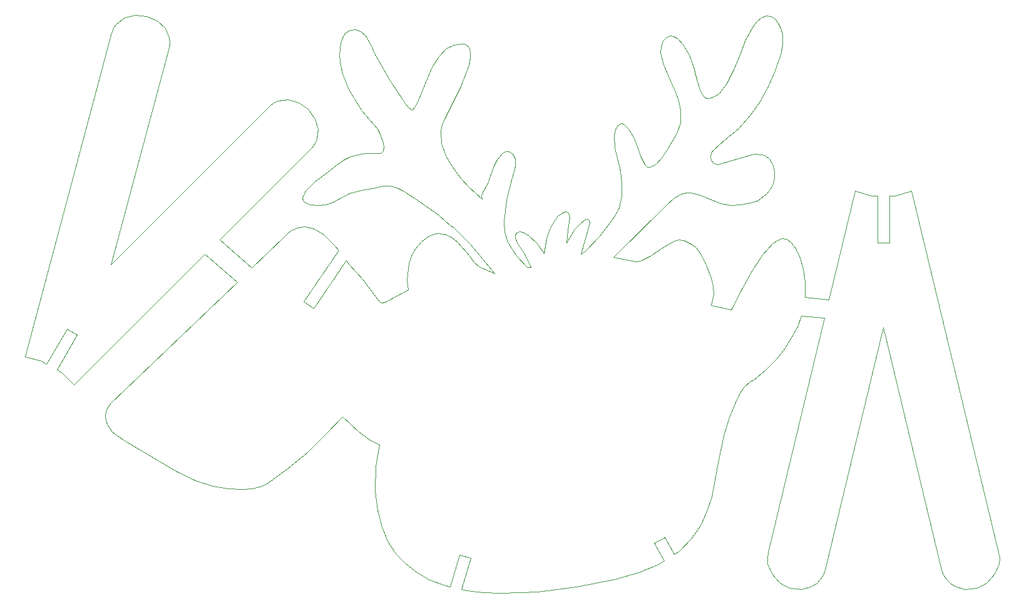
<source format=gbo>
G04*
G04 #@! TF.GenerationSoftware,Altium Limited,Altium Designer,25.1.2 (22)*
G04*
G04 Layer_Color=32896*
%FSLAX25Y25*%
%MOIN*%
G70*
G04*
G04 #@! TF.SameCoordinates,B79DADAE-6871-4A3D-A662-253F8C0C8E9A*
G04*
G04*
G04 #@! TF.FilePolarity,Positive*
G04*
G01*
G75*
%ADD10C,0.00394*%
D10*
X28060Y140033D02*
X33514Y136883D01*
X340969Y25947D02*
X346425Y29096D01*
X237287Y19760D02*
X243311Y17919D01*
X154271Y154517D02*
X159492Y150993D01*
X346425Y29096D02*
X351654Y20038D01*
X340969Y25947D02*
X346356Y16617D01*
X238240Y1334D02*
X243311Y17919D01*
X232094Y2773D02*
X237287Y19760D01*
X466042Y185813D02*
Y211054D01*
X459742Y185813D02*
X459742Y211054D01*
X159492Y150993D02*
X176797Y176645D01*
X154271Y154517D02*
X172752Y181913D01*
X22714Y118177D02*
X33514Y136883D01*
X17258Y121322D02*
X28060Y140033D01*
X109397Y187648D02*
X158440Y236689D01*
X160090Y238791D01*
X51467Y100555D02*
X118882Y165087D01*
X101532Y179784D02*
X118882Y165087D01*
X31893Y110145D02*
X101532Y179784D01*
X109397Y187648D02*
X126622Y172496D01*
X143640Y188786D01*
X401470Y20882D02*
X431514Y145975D01*
X419051Y146821D02*
X431514Y145975D01*
X421082Y156839D02*
X433849Y155698D01*
X447777Y213688D01*
X371223Y152486D02*
X372376Y158528D01*
X371223Y152486D02*
X381725Y150247D01*
X387622Y161173D01*
X209318Y166140D02*
X209774Y161007D01*
X201181Y156299D02*
X209774Y161007D01*
X197638Y154331D02*
X201181Y156299D01*
X195669Y153937D02*
X197638Y154331D01*
X194453Y154734D02*
X195669Y153937D01*
X143640Y188786D02*
X145453Y190893D01*
X512530Y2096D02*
X515526Y3301D01*
X134186Y57225D02*
X145418Y65459D01*
X156050Y74434D01*
X130776Y56007D02*
X134186Y57225D01*
X49695Y88737D02*
X52354Y85266D01*
X48753Y91165D02*
X49695Y88737D01*
X48513Y93981D02*
X48753Y91165D01*
X126666Y55107D02*
X130776Y56007D01*
X48513Y93981D02*
X49307Y97129D01*
X51467Y100555D01*
X52354Y85266D02*
X53831Y84010D01*
X121088Y54567D02*
X126666Y55107D01*
X82449Y289978D02*
X82450D01*
X136171Y258961D02*
Y258962D01*
Y258961D02*
X138274Y260610D01*
X140671Y261708D02*
X146016Y262280D01*
X138274Y260610D02*
X140671Y261708D01*
X51433Y174226D02*
X136171Y258962D01*
X51433Y174226D02*
X82450Y289978D01*
X82578Y295248D02*
X82826Y292623D01*
X70643Y306768D02*
X76295Y304184D01*
X80401Y300163D01*
X82578Y295248D01*
X82449Y289978D02*
X82826Y292623D01*
X53019Y300608D02*
X54545Y302758D01*
X64455Y307355D02*
X70643Y306768D01*
X22714Y118177D02*
X25442Y116600D01*
X54545Y302758D02*
X58889Y305926D01*
X64455Y307355D01*
X52024Y298128D02*
X53019Y300608D01*
X52015Y298080D02*
X52024Y298128D01*
X53831Y84010D02*
X59050Y80366D01*
X86129Y64316D01*
X96563Y59262D01*
X105935Y56229D01*
X114144Y54803D01*
X121088Y54567D01*
X14531Y122900D02*
X17258Y121323D01*
X25442Y116600D02*
X31893Y110145D01*
X5708Y125263D02*
X14531Y122900D01*
X5708Y125263D02*
X52015Y298080D01*
X515526Y3301D02*
X518183Y4982D01*
X522288Y9468D01*
X145453Y190893D02*
X147672Y192641D01*
X368928Y42820D02*
X371390Y50719D01*
X374669Y67051D02*
X378005Y83273D01*
X371390Y50719D02*
X374669Y67051D01*
X365465Y35265D02*
X368928Y42820D01*
X421082Y156839D02*
X421227Y165413D01*
X411547Y187792D02*
X413995Y186047D01*
X416347Y182824D01*
X418591Y177977D01*
X420312Y172093D01*
X459742Y185813D02*
X466042D01*
X420312Y172093D02*
X421227Y165413D01*
X456592Y211054D02*
X459742D01*
X372117Y163025D02*
X372376Y158528D01*
X371189Y167252D02*
X372117Y163025D01*
X368202Y174886D02*
X371189Y167252D01*
X365081Y180688D02*
X368202Y174886D01*
X331766Y176102D02*
X334176Y176652D01*
X338847Y178928D01*
X353929Y187571D02*
X356419Y187305D01*
X361248Y185079D02*
X363321Y183225D01*
X356419Y187305D02*
X361248Y185079D01*
X345055Y183330D02*
X351449Y186935D01*
X338847Y178928D02*
X345055Y183330D01*
X363321Y183225D02*
X365081Y180688D01*
X351449Y186935D02*
X353929Y187571D01*
X360666Y28176D02*
X365465Y35265D01*
X343237Y14603D02*
X346356Y16617D01*
X354192Y21678D02*
X360666Y28176D01*
X351654Y20038D02*
X354192Y21678D01*
X431878Y11732D02*
X431880D01*
X430882Y8966D02*
X431878Y11732D01*
X429355Y6568D02*
X430882Y8966D01*
X401078Y17880D02*
X401325Y14952D01*
X403502Y9468D01*
X401078Y17880D02*
X401456Y20831D01*
X401470Y20882D01*
X332682Y10180D02*
X343237Y14603D01*
X417071Y141410D02*
X419051Y146821D01*
X414312Y135807D02*
X417071Y141410D01*
X410669Y130067D02*
X414312Y135807D01*
X406040Y124246D02*
X410669Y130067D01*
X398391Y179481D02*
X403780Y185627D01*
X409020Y188206D02*
X411547Y187792D01*
X400323Y118401D02*
X406040Y124246D01*
X403780Y185627D02*
X406426Y187436D01*
X431880Y11732D02*
X462895Y140874D01*
X447777Y213688D02*
X456592Y211054D01*
X406426Y187436D02*
X409020Y188206D01*
X383741Y100219D02*
X386348Y105429D01*
X393413Y112588D02*
X400323Y118401D01*
X387622Y161173D02*
X392967Y170939D01*
X392115Y112129D02*
X393413Y112588D01*
X392967Y170939D02*
X398391Y179481D01*
X386348Y105429D02*
X388668Y108922D01*
X392115Y112129D01*
X378005Y83273D02*
X380932Y92948D01*
X383741Y100219D01*
X466042Y211054D02*
X469191D01*
X478013Y213688D01*
X524320Y20882D01*
X462895Y140874D02*
X493910Y11732D01*
X522288Y9468D02*
X524465Y14952D01*
X493912Y11732D02*
X494908Y8966D01*
X524334Y20831D02*
X524712Y17880D01*
X524320Y20882D02*
X524334Y20831D01*
X493910Y11732D02*
X493912D01*
X494908Y8966D02*
X496434Y6568D01*
X524465Y14952D02*
X524712Y17880D01*
X168144Y224604D02*
X170106Y226438D01*
X160075Y218589D02*
X168144Y224604D01*
X175098Y229874D02*
X178623Y231564D01*
X182777Y232901D01*
X178566Y212201D02*
X185015Y214018D01*
X172983Y209143D02*
X178566Y212201D01*
X170106Y226438D02*
X175098Y229874D01*
X227051Y245624D02*
X227738Y248880D01*
X229123Y252049D01*
X227051Y245624D02*
X227476Y238986D01*
X229805Y232396D01*
X233443Y226118D02*
X237795Y220416D01*
X229123Y252049D02*
X237953Y269214D01*
X229805Y232396D02*
X233443Y226118D01*
X324576Y249175D02*
X327337Y246662D01*
X323034Y249491D02*
X324576Y249175D01*
X322749Y224232D02*
X323608Y217752D01*
X319880Y236751D02*
X322749Y224232D01*
X321519Y248776D02*
X323034Y249491D01*
X320123Y246379D02*
X321519Y248776D01*
X323606Y211085D02*
X323608Y217752D01*
X319433Y243298D02*
X319880Y236751D01*
X319433Y243298D02*
X320123Y246379D01*
X213206Y258142D02*
X214359Y260140D01*
X199884Y272779D02*
X208330Y260269D01*
X209960Y258198D01*
X211782Y256725D01*
X213206Y258142D01*
X214359Y260140D02*
X219813Y273317D01*
X347612Y235253D02*
X352920Y244328D01*
X338622Y226152D02*
X341486Y227718D01*
X329787Y242312D02*
X331743Y237339D01*
X341486Y227718D02*
X344695Y231179D01*
X327337Y246662D02*
X329787Y242312D01*
X331743Y237339D02*
X333632Y232276D01*
X335880Y227656D01*
X337163Y226358D01*
X338622Y226152D01*
X344695Y231179D02*
X347612Y235253D01*
X352920Y244328D02*
X354860Y250084D01*
X178924Y299326D02*
X181764Y299616D01*
X184565Y298591D01*
X187084Y296418D01*
X174911Y276090D02*
X178301Y267707D01*
X173746Y280711D02*
X174911Y276090D01*
X173141Y285621D02*
X173746Y280711D01*
X189795Y291701D02*
X192146Y286440D01*
X199884Y272779D01*
X193429Y246550D02*
X193857Y245960D01*
X185334Y256144D02*
X193429Y246550D01*
X178301Y267707D02*
X185334Y256144D01*
X173695Y292340D02*
X174724Y295284D01*
X176286Y297558D01*
X173141Y285621D02*
X173695Y292340D01*
X187084Y296418D02*
X189795Y291701D01*
X176286Y297558D02*
X178924Y299326D01*
X194869Y243879D02*
X196469Y239372D01*
X203703Y215268D02*
X207246Y213610D01*
X213756Y209319D01*
X192561Y215115D02*
X196307Y216285D01*
X193857Y245960D02*
X194869Y243879D01*
X182777Y232901D02*
X187517Y233632D01*
X192800Y233507D01*
X195250Y233766D01*
X196498Y235047D01*
X196815Y237024D01*
X196469Y239372D02*
X196815Y237024D01*
X196307Y216285D02*
X200038Y216248D01*
X185015Y214018D02*
X192561Y215115D01*
X200038Y216248D02*
X203703Y215268D01*
X160216Y252067D02*
X161761Y246532D01*
X155141Y213637D02*
X160075Y218589D01*
X161189Y241187D02*
X161761Y246532D01*
X160090Y238791D02*
X161189Y241187D01*
X153547Y210029D02*
X155141Y213637D01*
X156612Y257132D02*
X160216Y252067D01*
X371211Y233977D02*
X372358Y235657D01*
X370853Y231640D02*
X371282Y229871D01*
X372157Y228685D01*
X357797Y212563D02*
X360380Y212488D01*
X355227Y212028D02*
X357797Y212563D01*
X351186Y209645D02*
X355227Y212028D01*
X372157Y228685D02*
X374434Y227732D01*
X370853Y231640D02*
X371211Y233977D01*
X360380Y212488D02*
X365497Y211174D01*
X242906Y287758D02*
X242928Y284776D01*
X237953Y269214D02*
X242197Y280777D01*
X242928Y284776D01*
X242262Y289850D02*
X242906Y287758D01*
X239638Y291874D02*
X241129Y291179D01*
X230188Y289694D02*
X234325Y291428D01*
X237919Y292062D01*
X239638Y291874D01*
X222636Y279771D02*
X226061Y285429D01*
X241129Y291179D02*
X242262Y289850D01*
X219813Y273317D02*
X222636Y279771D01*
X226061Y285429D02*
X230188Y289694D01*
X359393Y286101D02*
X361873Y279650D01*
X349498Y296160D02*
X351330Y295835D01*
X353054Y294839D01*
X361873Y279650D02*
X363641Y273043D01*
X345888Y280828D02*
X348263Y275153D01*
X345599Y293480D02*
X347395Y295466D01*
X344261Y287103D02*
X345888Y280828D01*
X344443Y290570D02*
X345599Y293480D01*
X344261Y287103D02*
X344443Y290570D01*
X356144Y291589D02*
X359393Y286101D01*
X347395Y295466D02*
X349498Y296160D01*
X353054Y294839D02*
X356144Y291589D01*
X367585Y263557D02*
X368872Y262833D01*
X365599Y266589D02*
X367585Y263557D01*
X370260Y262839D02*
X372889Y263888D01*
X354860Y250084D02*
X354884Y256611D01*
X353727Y261659D02*
X354884Y256611D01*
X352089Y266330D02*
X353727Y261659D01*
X348263Y275153D02*
X352089Y266330D01*
X368872Y262833D02*
X370260Y262839D01*
X363641Y273043D02*
X365599Y266589D01*
X264940Y219472D02*
X266609Y224815D01*
X255084Y226325D02*
X257076Y230212D01*
X259497Y233414D01*
X261444Y234623D01*
X263548Y234609D01*
X265426Y233302D01*
X266697Y230631D01*
X266987Y227677D01*
X242266Y215553D02*
X249187Y209397D01*
X248761Y210825D02*
X249187Y209397D01*
X248761Y210825D02*
X249638Y212878D01*
X252059Y217449D01*
X262103Y208757D02*
X264940Y219472D01*
X252059Y217449D02*
X255084Y226325D01*
X237795Y220416D02*
X242266Y215553D01*
X266609Y224815D02*
X266987Y227677D01*
X506342Y1441D02*
X509395Y1468D01*
X498415Y4578D02*
X500777Y3035D01*
X496434Y6568D02*
X498415Y4578D01*
X425012Y3035D02*
X427374Y4578D01*
X509395Y1468D02*
X512530Y2096D01*
X500777Y3035D02*
X506342Y1441D01*
X413260Y2096D02*
X416394Y1468D01*
X419448Y1441D02*
X425012Y3035D01*
X427374Y4578D02*
X429355Y6568D01*
X407607Y4982D02*
X410264Y3301D01*
X403502Y9468D02*
X407607Y4982D01*
X410264Y3301D02*
X413260Y2096D01*
X147672Y192641D02*
X150722Y194066D01*
X154571Y194577D01*
X159187Y193584D01*
X164538Y190498D01*
X170591Y184727D01*
X153547Y210029D02*
X153772Y208687D01*
X154557Y207631D01*
X169962Y207483D02*
X172983Y209143D01*
X165875Y206369D02*
X169962Y207483D01*
X161455Y205933D02*
X165875Y206369D01*
X157438Y206310D02*
X161455Y205933D01*
X151548Y260735D02*
X156612Y257132D01*
X154557Y207631D02*
X157438Y206310D01*
X146016Y262280D02*
X151548Y260735D01*
X319752Y6605D02*
X332682Y10180D01*
X299115Y2626D02*
X319752Y6605D01*
X259208Y-809D02*
X278740Y0D01*
X299115Y2626D01*
X228804Y3544D02*
X232094Y2773D01*
X241097Y663D02*
X249939Y-387D01*
X238240Y1334D02*
X241097Y663D01*
X174982Y93117D02*
X183474Y85168D01*
X188722Y81395D01*
X165948Y83778D02*
X174982Y93117D01*
X192351Y53582D02*
X192553Y67011D01*
X194369Y78414D01*
X188722Y81395D02*
X194369Y78414D01*
X156050Y74434D02*
X165948Y83778D01*
X221319Y6437D02*
X228804Y3544D01*
X176797Y176645D02*
X178684Y174188D01*
X170591Y184727D02*
X172752Y181913D01*
X249939Y-387D02*
X259208Y-809D01*
X203290Y20399D02*
X208487Y14804D01*
X193459Y43546D02*
X195701Y34710D01*
X199003Y27014D01*
X203290Y20399D01*
X208487Y14804D02*
X214522Y10170D01*
X221319Y6437D01*
X192351Y53582D02*
X193459Y43546D01*
X397846Y306089D02*
X400422Y307094D01*
X403095Y306640D01*
X393409Y301250D02*
X395473Y304012D01*
X397846Y306089D01*
X403095Y306640D02*
X405091Y305206D01*
X406875Y303104D01*
X389628Y294120D02*
X393409Y301250D01*
X386477Y286211D02*
X389628Y294120D01*
X406875Y303104D02*
X408268Y300385D01*
X416394Y1468D02*
X419448Y1441D01*
X409091Y297103D02*
X409188Y291670D01*
X408262Y286403D02*
X409188Y291670D01*
X408268Y300385D02*
X409091Y297103D01*
X306308Y197871D02*
X306468Y196564D01*
X304004Y198156D02*
X305661Y198475D01*
X306308Y197871D01*
X301834Y180089D02*
X303929Y181345D01*
X304103Y188362D02*
X306468Y196564D01*
X311907Y189575D02*
X319287Y199121D01*
X303929Y181345D02*
X311907Y189575D01*
X301834Y180089D02*
X304103Y188362D01*
X210344Y175041D02*
X211665Y179049D01*
X273031Y173025D02*
X275287Y173093D01*
X267634Y179032D02*
X273031Y173025D01*
X271871Y179994D02*
X275287Y173093D01*
X211665Y179049D02*
X213480Y182525D01*
X216875Y186710D01*
X236245Y186275D02*
X242377Y179017D01*
X232845Y188971D02*
X236245Y186275D01*
X242377Y179017D02*
X244791Y175707D01*
X251320Y175293D02*
X255737Y169525D01*
X244791Y175707D02*
X247518Y173207D01*
X255737Y169525D01*
X242813Y185204D02*
X251320Y175293D01*
X220759Y189610D02*
X224932Y190997D01*
X216875Y186710D02*
X220759Y189610D01*
X233923Y194185D02*
X242813Y185204D01*
X232429Y195103D02*
X233923Y194185D01*
X224932Y190997D02*
X229195Y190647D01*
X232845Y188971D01*
X209318Y166140D02*
X210344Y175041D01*
X185361Y166718D02*
X194453Y154734D01*
X178684Y174188D02*
X185361Y166718D01*
X270732Y191718D02*
X273944Y189931D01*
X278366Y185692D01*
X282284Y180332D01*
X260743Y197331D02*
X261170Y191485D01*
X267905Y186089D02*
X271871Y179994D01*
X282284Y180332D02*
X283613Y188401D01*
X260743Y197331D02*
X262103Y208757D01*
X266773Y190045D02*
X266789Y188626D01*
X266773Y190045D02*
X267425Y191195D01*
X269056Y191884D01*
X270732Y191718D01*
X266789Y188626D02*
X267905Y186089D01*
X261170Y191485D02*
X262894Y186317D01*
X267634Y179032D01*
X219140Y205488D02*
X226047Y200598D01*
X232429Y195103D01*
X295102Y201946D02*
X295734Y199607D01*
X293572Y202618D02*
X295102Y201946D01*
X291467Y201774D02*
X293572Y202618D01*
X286334Y195438D02*
X289574Y200115D01*
X291467Y201774D01*
X213756Y209319D02*
X219140Y205488D01*
X301138Y195993D02*
X304004Y198156D01*
X383352Y278267D02*
X386477Y286211D01*
X387090Y206256D02*
X394913Y207906D01*
X374434Y227732D02*
X393791Y233171D01*
X379651Y271032D02*
X383352Y278267D01*
X378563Y240799D02*
X385704Y246793D01*
X375364Y265680D02*
X379651Y271032D01*
X381603Y205908D02*
X387090Y206256D01*
X385704Y246793D02*
X392324Y254161D01*
X319272Y178422D02*
X324288Y177160D01*
X329324Y176158D01*
X319272Y178422D02*
X347435Y206185D01*
X322117Y204504D02*
X323606Y211085D01*
X319287Y199121D02*
X322117Y204504D01*
X329324Y176158D02*
X331766Y176102D01*
X347435Y206185D02*
X351186Y209645D01*
X294047Y185878D02*
X294855Y192757D01*
X284761Y192129D02*
X286334Y195438D01*
X283613Y188401D02*
X284761Y192129D01*
X294047Y185878D02*
X298501Y193148D01*
X294855Y192757D02*
X295734Y199607D01*
X298501Y193148D02*
X301138Y195993D01*
X376183Y207063D02*
X381603Y205908D01*
X365497Y211174D02*
X376183Y207063D01*
X372358Y235657D02*
X378563Y240799D01*
X372889Y263888D02*
X375364Y265680D01*
X397085Y261375D02*
X401380Y269343D01*
X400458Y211812D02*
X402352Y213880D01*
X396328Y208496D02*
X400458Y211812D01*
X404793Y224258D02*
X404843Y220301D01*
X393791Y233171D02*
X398084Y232919D01*
X400170Y232188D01*
X402114Y230729D01*
X403851Y227930D01*
X404793Y224258D01*
X403899Y216643D02*
X404843Y220301D01*
X402352Y213880D02*
X403899Y216643D01*
X392324Y254161D02*
X397085Y261375D01*
X401380Y269343D02*
X405194Y277488D01*
X394913Y207906D02*
X396328Y208496D01*
X405194Y277488D02*
X408262Y286403D01*
M02*

</source>
